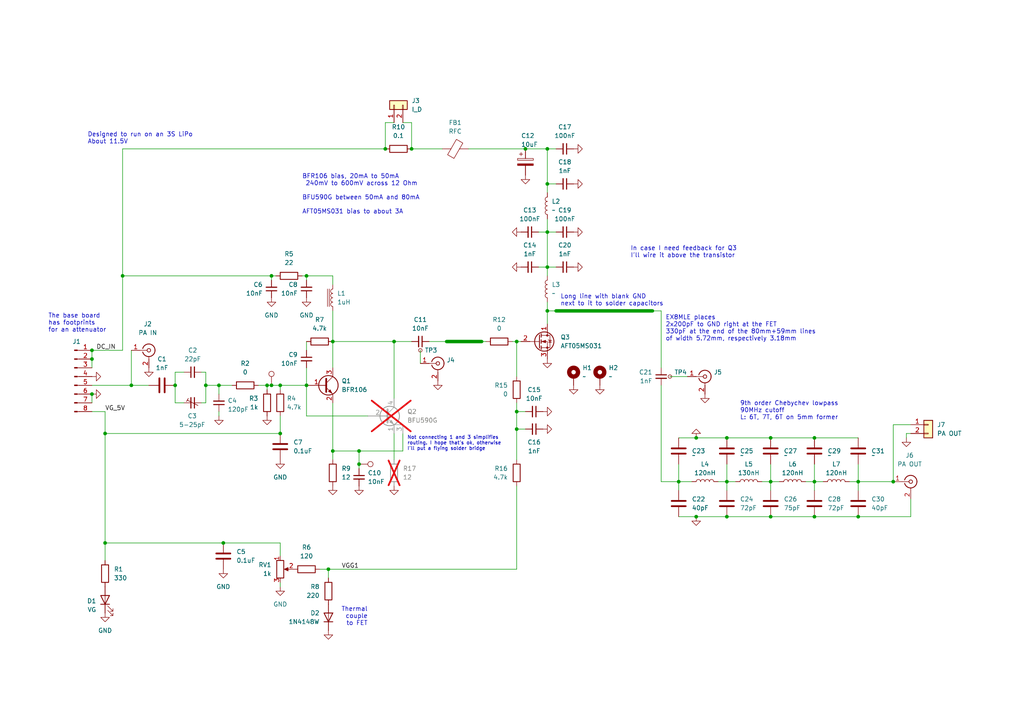
<source format=kicad_sch>
(kicad_sch (version 20230121) (generator eeschema)
  (paper "A4")
  (title_block (title "DART-70 PA") (date "2024-01-23") (rev "0") (company "HB9EGM") (comment 1 "With AFT05MS031N") (comment 2 "Inspired by EX8MLE's design for RFzero"))
  (lib_symbols
    (symbol "Connector:Conn_01x08_Pin" (pin_names (offset 1.016) hide)
      (property "Reference" "J" (at 0 10.16 0))
      (property "Value" "Conn_01x08_Pin" (at 0 -12.7 0))
      (symbol "Conn_01x08_Pin_1_1"
        (polyline (pts (xy 1.27 -10.16) (xy 0.8636 -10.16)) (stroke (width 0.1524)))
        (polyline (pts (xy 1.27 -7.62) (xy 0.8636 -7.62)) (stroke (width 0.1524)))
        (polyline (pts (xy 1.27 -5.08) (xy 0.8636 -5.08)) (stroke (width 0.1524)))
        (polyline (pts (xy 1.27 -2.54) (xy 0.8636 -2.54)) (stroke (width 0.1524)))
        (polyline (pts (xy 1.27 0) (xy 0.8636 0)) (stroke (width 0.1524)))
        (polyline (pts (xy 1.27 2.54) (xy 0.8636 2.54)) (stroke (width 0.1524)))
        (polyline (pts (xy 1.27 5.08) (xy 0.8636 5.08)) (stroke (width 0.1524)))
        (polyline (pts (xy 1.27 7.62) (xy 0.8636 7.62)) (stroke (width 0.1524)))
        (rectangle (start 0.8636 -10.033) (end 0 -10.287) (stroke (width 0.1524)) (fill (type outline)))
        (rectangle (start 0.8636 -7.493) (end 0 -7.747) (stroke (width 0.1524)) (fill (type outline)))
        (rectangle (start 0.8636 -4.953) (end 0 -5.207) (stroke (width 0.1524)) (fill (type outline)))
        (rectangle (start 0.8636 -2.413) (end 0 -2.667) (stroke (width 0.1524)) (fill (type outline)))
        (rectangle (start 0.8636 0.127) (end 0 -0.127) (stroke (width 0.1524)) (fill (type outline)))
        (rectangle (start 0.8636 2.667) (end 0 2.413) (stroke (width 0.1524)) (fill (type outline)))
        (rectangle (start 0.8636 5.207) (end 0 4.953) (stroke (width 0.1524)) (fill (type outline)))
        (rectangle (start 0.8636 7.747) (end 0 7.493) (stroke (width 0.1524)) (fill (type outline)))
        (pin passive line (at 5.08 7.62 180) (length 3.81) (name "Pin_1") (number "1"))
        (pin passive line (at 5.08 5.08 180) (length 3.81) (name "Pin_2") (number "2"))
        (pin passive line (at 5.08 2.54 180) (length 3.81) (name "Pin_3") (number "3"))
        (pin passive line (at 5.08 0 180) (length 3.81) (name "Pin_4") (number "4"))
        (pin passive line (at 5.08 -2.54 180) (length 3.81) (name "Pin_5") (number "5"))
        (pin passive line (at 5.08 -5.08 180) (length 3.81) (name "Pin_6") (number "6"))
        (pin passive line (at 5.08 -7.62 180) (length 3.81) (name "Pin_7") (number "7"))
        (pin passive line (at 5.08 -10.16 180) (length 3.81) (name "Pin_8") (number "8"))
      )
    )
    (symbol "Connector:Conn_Coaxial" (pin_names (offset 1.016) hide)
      (property "Reference" "J" (at 0.254 3.048 0))
      (property "Value" "Conn_Coaxial" (at 2.921 0 90))
      (symbol "Conn_Coaxial_0_1"
        (arc (start -1.778 -0.508) (mid 0.222 -1.808) (end 1.778 0) (stroke (width 0.254)))
        (polyline (pts (xy -2.54 0) (xy -0.508 0)))
        (polyline (pts (xy 0 -2.54) (xy 0 -1.778)))
        (circle (center 0 0) (radius 0.508) (stroke (width 0.2032)))
        (arc (start 1.778 0) (mid 0.2221 1.8083) (end -1.778 0.508) (stroke (width 0.254)))
      )
      (symbol "Conn_Coaxial_1_1"
        (pin passive line (at -5.08 0 0) (length 2.54) (name "In") (number "1"))
        (pin passive line (at 0 -5.08 90) (length 2.54) (name "Ext") (number "2"))
      )
    )
    (symbol "Connector:TestPoint" (pin_numbers hide) (pin_names (offset 0.762) hide)
      (property "Reference" "TP" (at 0 6.858 0))
      (property "Value" "TestPoint" (at 0 5.08 0))
      (symbol "TestPoint_0_1"
        (circle (center 0 3.302) (radius 0.762))
      )
      (symbol "TestPoint_1_1"
        (pin passive line (at 0 0 90) (length 2.54) (name "1") (number "1"))
      )
    )
    (symbol "Connector:TestPoint_Small" (pin_numbers hide) (pin_names (offset 0.762) hide)
      (property "Reference" "TP" (at 0 3.81 0))
      (property "Value" "TestPoint_Small" (at 0 2.032 0))
      (symbol "TestPoint_Small_0_1"
        (circle (center 0 0) (radius 0.508))
      )
      (symbol "TestPoint_Small_1_1"
        (pin passive line (at 0 0 90) (length 0) (name "1") (number "1"))
      )
    )
    (symbol "Connector_Generic:Conn_01x02" (pin_names (offset 1.016) hide)
      (property "Reference" "J" (at 0 2.54 0))
      (property "Value" "Conn_01x02" (at 0 -5.08 0))
      (symbol "Conn_01x02_1_1"
        (rectangle (start -1.27 -2.413) (end 0 -2.667) (stroke (width 0.1524)))
        (rectangle (start -1.27 0.127) (end 0 -0.127) (stroke (width 0.1524)))
        (rectangle (start -1.27 1.27) (end 1.27 -3.81) (stroke (width 0.254)) (fill (type background)))
        (pin passive line (at -5.08 0 0) (length 3.81) (name "Pin_1") (number "1"))
        (pin passive line (at -5.08 -2.54 0) (length 3.81) (name "Pin_2") (number "2"))
      )
    )
    (symbol "Device:C" (pin_numbers hide) (pin_names (offset 0.254))
      (property "Reference" "C" (at 0.635 2.54 0))
      (property "Value" "C" (at 0.635 -2.54 0))
      (symbol "C_0_1"
        (polyline (pts (xy -2.032 -0.762) (xy 2.032 -0.762)) (stroke (width 0.508)))
        (polyline (pts (xy -2.032 0.762) (xy 2.032 0.762)) (stroke (width 0.508)))
      )
      (symbol "C_1_1"
        (pin passive line (at 0 3.81 270) (length 2.794) (name "~") (number "1"))
        (pin passive line (at 0 -3.81 90) (length 2.794) (name "~") (number "2"))
      )
    )
    (symbol "Device:C_Polarized" (pin_numbers hide) (pin_names (offset 0.254))
      (property "Reference" "C" (at 0.635 2.54 0))
      (property "Value" "C_Polarized" (at 0.635 -2.54 0))
      (symbol "C_Polarized_0_1"
        (rectangle (start -2.286 0.508) (end 2.286 1.016))
        (polyline (pts (xy -1.778 2.286) (xy -0.762 2.286)))
        (polyline (pts (xy -1.27 2.794) (xy -1.27 1.778)))
        (rectangle (start 2.286 -0.508) (end -2.286 -1.016) (fill (type outline)))
      )
      (symbol "C_Polarized_1_1"
        (pin passive line (at 0 3.81 270) (length 2.794) (name "~") (number "1"))
        (pin passive line (at 0 -3.81 90) (length 2.794) (name "~") (number "2"))
      )
    )
    (symbol "Device:C_Small" (pin_numbers hide) (pin_names (offset 0.254) hide)
      (property "Reference" "C" (at 0.254 1.778 0))
      (property "Value" "C_Small" (at 0.254 -2.032 0))
      (symbol "C_Small_0_1"
        (polyline (pts (xy -1.524 -0.508) (xy 1.524 -0.508)) (stroke (width 0.3302)))
        (polyline (pts (xy -1.524 0.508) (xy 1.524 0.508)) (stroke (width 0.3048)))
      )
      (symbol "C_Small_1_1"
        (pin passive line (at 0 2.54 270) (length 2.032) (name "~") (number "1"))
        (pin passive line (at 0 -2.54 90) (length 2.032) (name "~") (number "2"))
      )
    )
    (symbol "Device:C_Trim_Small" (pin_numbers hide) (pin_names (offset 0.254) hide)
      (property "Reference" "C" (at 1.524 -2.032 0))
      (property "Value" "C_Trim_Small" (at 3.048 -3.556 0))
      (symbol "C_Trim_Small_0_1"
        (polyline (pts (xy -1.524 -0.508) (xy 1.524 -0.508)) (stroke (width 0.3048)))
        (polyline (pts (xy -1.524 0.508) (xy 1.524 0.508)) (stroke (width 0.3048)))
        (polyline (pts (xy 0.762 1.524) (xy -0.762 -1.524)) (stroke (width 0.1778)))
        (polyline (pts (xy 1.27 1.27) (xy 0.381 1.778)) (stroke (width 0.1778)))
      )
      (symbol "C_Trim_Small_1_1"
        (pin passive line (at 0 2.54 270) (length 2.032) (name "~") (number "1"))
        (pin passive line (at 0 -2.54 90) (length 2.032) (name "~") (number "2"))
      )
    )
    (symbol "Device:FerriteBead" (pin_numbers hide) (pin_names (offset 0))
      (property "Reference" "FB" (at -3.81 0.635 90))
      (property "Value" "FerriteBead" (at 3.81 0 90))
      (symbol "FerriteBead_0_1"
        (polyline (pts (xy 0 -1.27) (xy 0 -1.2192)))
        (polyline (pts (xy 0 1.27) (xy 0 1.2954)))
        (polyline (pts (xy -2.7686 0.4064) (xy -1.7018 2.2606) (xy 2.7686 -0.3048) (xy 1.6764 -2.159) (xy -2.7686 0.4064)))
      )
      (symbol "FerriteBead_1_1"
        (pin passive line (at 0 3.81 270) (length 2.54) (name "~") (number "1"))
        (pin passive line (at 0 -3.81 90) (length 2.54) (name "~") (number "2"))
      )
    )
    (symbol "Device:L" (pin_numbers hide) (pin_names (offset 1.016) hide)
      (property "Reference" "L" (at -1.27 0 90))
      (property "Value" "L" (at 1.905 0 90))
      (symbol "L_0_1"
        (arc (start 0 -2.54) (mid 0.6323 -1.905) (end 0 -1.27))
        (arc (start 0 -1.27) (mid 0.6323 -0.635) (end 0 0))
        (arc (start 0 0) (mid 0.6323 0.635) (end 0 1.27))
        (arc (start 0 1.27) (mid 0.6323 1.905) (end 0 2.54))
      )
      (symbol "L_1_1"
        (pin passive line (at 0 3.81 270) (length 1.27) (name "1") (number "1"))
        (pin passive line (at 0 -3.81 90) (length 1.27) (name "2") (number "2"))
      )
    )
    (symbol "Device:LED" (pin_numbers hide) (pin_names (offset 1.016) hide)
      (property "Reference" "D" (at 0 2.54 0))
      (property "Value" "LED" (at 0 -2.54 0))
      (symbol "LED_0_1"
        (polyline (pts (xy -1.27 -1.27) (xy -1.27 1.27)) (stroke (width 0.254)))
        (polyline (pts (xy -1.27 0) (xy 1.27 0)))
        (polyline (pts (xy 1.27 -1.27) (xy 1.27 1.27) (xy -1.27 0) (xy 1.27 -1.27)) (stroke (width 0.254)))
        (polyline (pts (xy -3.048 -0.762) (xy -4.572 -2.286) (xy -3.81 -2.286) (xy -4.572 -2.286) (xy -4.572 -1.524)))
        (polyline (pts (xy -1.778 -0.762) (xy -3.302 -2.286) (xy -2.54 -2.286) (xy -3.302 -2.286) (xy -3.302 -1.524)))
      )
      (symbol "LED_1_1"
        (pin passive line (at -3.81 0 0) (length 2.54) (name "K") (number "1"))
        (pin passive line (at 3.81 0 180) (length 2.54) (name "A") (number "2"))
      )
    )
    (symbol "Device:L_Iron" (pin_numbers hide) (pin_names (offset 1.016) hide)
      (property "Reference" "L" (at -1.27 0 90))
      (property "Value" "L_Iron" (at 2.794 0 90))
      (symbol "L_Iron_0_1"
        (arc (start 0 -2.54) (mid 0.6323 -1.905) (end 0 -1.27))
        (arc (start 0 -1.27) (mid 0.6323 -0.635) (end 0 0))
        (polyline (pts (xy 1.016 2.54) (xy 1.016 -2.54)))
        (polyline (pts (xy 1.524 -2.54) (xy 1.524 2.54)))
        (arc (start 0 0) (mid 0.6323 0.635) (end 0 1.27))
        (arc (start 0 1.27) (mid 0.6323 1.905) (end 0 2.54))
      )
      (symbol "L_Iron_1_1"
        (pin passive line (at 0 3.81 270) (length 1.27) (name "1") (number "1"))
        (pin passive line (at 0 -3.81 90) (length 1.27) (name "2") (number "2"))
      )
    )
    (symbol "Device:Q_NMOS_DGS" (pin_names (offset 0) hide)
      (property "Reference" "Q" (at 5.08 1.27 0))
      (property "Value" "Q_NMOS_DGS" (at 5.08 -1.27 0))
      (symbol "Q_NMOS_DGS_0_1"
        (polyline (pts (xy 0.254 0) (xy -2.54 0)))
        (polyline (pts (xy 0.254 1.905) (xy 0.254 -1.905)) (stroke (width 0.254)))
        (polyline (pts (xy 0.762 -1.27) (xy 0.762 -2.286)) (stroke (width 0.254)))
        (polyline (pts (xy 0.762 0.508) (xy 0.762 -0.508)) (stroke (width 0.254)))
        (polyline (pts (xy 0.762 2.286) (xy 0.762 1.27)) (stroke (width 0.254)))
        (polyline (pts (xy 2.54 2.54) (xy 2.54 1.778)))
        (polyline (pts (xy 2.54 -2.54) (xy 2.54 0) (xy 0.762 0)))
        (polyline (pts (xy 0.762 -1.778) (xy 3.302 -1.778) (xy 3.302 1.778) (xy 0.762 1.778)))
        (polyline (pts (xy 1.016 0) (xy 2.032 0.381) (xy 2.032 -0.381) (xy 1.016 0)) (fill (type outline)))
        (polyline (pts (xy 2.794 0.508) (xy 2.921 0.381) (xy 3.683 0.381) (xy 3.81 0.254)))
        (polyline (pts (xy 3.302 0.381) (xy 2.921 -0.254) (xy 3.683 -0.254) (xy 3.302 0.381)))
        (circle (center 1.651 0) (radius 2.794) (stroke (width 0.254)))
        (circle (center 2.54 -1.778) (radius 0.254) (fill (type outline)))
        (circle (center 2.54 1.778) (radius 0.254) (fill (type outline)))
      )
      (symbol "Q_NMOS_DGS_1_1"
        (pin passive line (at 2.54 5.08 270) (length 2.54) (name "D") (number "1"))
        (pin input line (at -5.08 0 0) (length 2.54) (name "G") (number "2"))
        (pin passive line (at 2.54 -5.08 90) (length 2.54) (name "S") (number "3"))
      )
    )
    (symbol "Device:R" (pin_numbers hide) (pin_names (offset 0))
      (property "Reference" "R" (at 2.032 0 90))
      (property "Value" "R" (at 0 0 90))
      (symbol "R_0_1"
        (rectangle (start -1.016 -2.54) (end 1.016 2.54) (stroke (width 0.254)))
      )
      (symbol "R_1_1"
        (pin passive line (at 0 3.81 270) (length 1.27) (name "~") (number "1"))
        (pin passive line (at 0 -3.81 90) (length 1.27) (name "~") (number "2"))
      )
    )
    (symbol "Device:R_Potentiometer" (pin_names (offset 1.016) hide)
      (property "Reference" "RV" (at -4.445 0 90))
      (property "Value" "R_Potentiometer" (at -2.54 0 90))
      (symbol "R_Potentiometer_0_1"
        (polyline (pts (xy 2.54 0) (xy 1.524 0)))
        (polyline (pts (xy 1.143 0) (xy 2.286 0.508) (xy 2.286 -0.508) (xy 1.143 0)) (fill (type outline)))
        (rectangle (start 1.016 2.54) (end -1.016 -2.54) (stroke (width 0.254)))
      )
      (symbol "R_Potentiometer_1_1"
        (pin passive line (at 0 3.81 270) (length 1.27) (name "1") (number "1"))
        (pin passive line (at 3.81 0 180) (length 1.27) (name "2") (number "2"))
        (pin passive line (at 0 -3.81 90) (length 1.27) (name "3") (number "3"))
      )
    )
    (symbol "Diode:1N4148W" (pin_numbers hide) (pin_names hide)
      (property "Reference" "D" (at 0 2.54 0))
      (property "Value" "1N4148W" (at 0 -2.54 0))
      (symbol "1N4148W_0_1"
        (polyline (pts (xy -1.27 1.27) (xy -1.27 -1.27)) (stroke (width 0.254)))
        (polyline (pts (xy 1.27 0) (xy -1.27 0)))
        (polyline (pts (xy 1.27 1.27) (xy 1.27 -1.27) (xy -1.27 0) (xy 1.27 1.27)) (stroke (width 0.254)))
      )
      (symbol "1N4148W_1_1"
        (pin passive line (at -3.81 0 0) (length 2.54) (name "K") (number "1"))
        (pin passive line (at 3.81 0 180) (length 2.54) (name "A") (number "2"))
      )
    )
    (symbol "Mechanical:MountingHole_Pad" (pin_numbers hide) (pin_names (offset 1.016) hide)
      (property "Reference" "H" (at 0 6.35 0))
      (property "Value" "MountingHole_Pad" (at 0 4.445 0))
      (symbol "MountingHole_Pad_0_1"
        (circle (center 0 1.27) (radius 1.27) (stroke (width 1.27)))
      )
      (symbol "MountingHole_Pad_1_1"
        (pin input line (at 0 -2.54 90) (length 2.54) (name "1") (number "1"))
      )
    )
    (symbol "Transistor_BJT:MMBT3904" (pin_names (offset 0) hide)
      (property "Reference" "Q" (at 5.08 1.905 0))
      (property "Value" "MMBT3904" (at 5.08 0 0))
      (symbol "MMBT3904_0_1"
        (polyline (pts (xy 0.635 0.635) (xy 2.54 2.54)))
        (polyline (pts (xy 0.635 -0.635) (xy 2.54 -2.54) (xy 2.54 -2.54)))
        (polyline (pts (xy 0.635 1.905) (xy 0.635 -1.905) (xy 0.635 -1.905)) (stroke (width 0.508)))
        (polyline (pts (xy 1.27 -1.778) (xy 1.778 -1.27) (xy 2.286 -2.286) (xy 1.27 -1.778) (xy 1.27 -1.778)) (fill (type outline)))
        (circle (center 1.27 0) (radius 2.8194) (stroke (width 0.254)))
      )
      (symbol "MMBT3904_1_1"
        (pin input line (at -5.08 0 0) (length 5.715) (name "B") (number "1"))
        (pin passive line (at 2.54 -5.08 90) (length 2.54) (name "E") (number "2"))
        (pin passive line (at 2.54 5.08 270) (length 2.54) (name "C") (number "3"))
      )
    )
    (symbol "mpb:BFU590G" (pin_names (offset 0) hide)
      (property "Reference" "Q" (at 5.08 1.27 0))
      (property "Value" "BFU590G" (at 5.08 -1.27 0))
      (symbol "BFU590G_0_1"
        (polyline (pts (xy 0.635 0.635) (xy 2.54 2.54)))
        (polyline (pts (xy 2.54 -2.54) (xy 5.08 -2.54)))
        (polyline (pts (xy 0.635 -0.635) (xy 2.54 -2.54) (xy 2.54 -2.54)))
        (polyline (pts (xy 0.635 1.905) (xy 0.635 -1.905) (xy 0.635 -1.905)) (stroke (width 0.508)))
        (polyline (pts (xy 1.27 -1.778) (xy 1.778 -1.27) (xy 2.286 -2.286) (xy 1.27 -1.778) (xy 1.27 -1.778)) (fill (type outline)))
        (circle (center 1.27 0) (radius 2.8194) (stroke (width 0.254)))
      )
      (symbol "BFU590G_1_1"
        (pin passive line (at 2.54 -5.08 90) (length 2.54) (name "E") (number "1"))
        (pin input line (at -5.08 0 0) (length 5.715) (name "B") (number "2"))
        (pin passive line (at 5.08 -5.08 90) (length 2.54) (name "C") (number "3"))
        (pin passive line (at 2.54 5.08 270) (length 2.54) (name "C") (number "4"))
      )
    )
    (symbol "power:GND" (power) (pin_names (offset 0))
      (property "Value" "GND" (at 0 -3.81 0))
      (symbol "GND_0_1"
        (polyline (pts (xy 0 0) (xy 0 -1.27) (xy 1.27 -1.27) (xy 0 -2.54) (xy -1.27 -1.27) (xy 0 -1.27)))
      )
      (symbol "GND_1_1"
        (pin power_in line (at 0 0 270) (length 0) hide (name "GND") (number "1"))
      )
    )
  )
  (junction (at 259.08 139.7))
  (junction (at 248.92 139.7))
  (junction (at 77.47 111.76))
  (junction (at 104.14 134.62))
  (junction (at 152.4 43.18))
  (junction (at 223.52 127))
  (junction (at 30.48 125.73))
  (junction (at 26.67 104.14))
  (junction (at 119.38 43.18))
  (junction (at 95.25 165.1))
  (junction (at 81.28 125.73))
  (junction (at 26.67 114.3))
  (junction (at 35.56 80.01))
  (junction (at 149.86 99.06))
  (junction (at 64.77 157.48))
  (junction (at 26.67 101.6))
  (junction (at 88.9 80.01))
  (junction (at 196.85 139.7))
  (junction (at 236.22 149.86))
  (junction (at 30.48 157.48))
  (junction (at 158.75 67.31))
  (junction (at 223.52 149.86))
  (junction (at 78.74 111.76))
  (junction (at 114.3 99.06))
  (junction (at 50.8 111.76))
  (junction (at 96.52 130.81))
  (junction (at 88.9 111.76))
  (junction (at 158.75 90.17))
  (junction (at 236.22 139.7))
  (junction (at 149.86 119.38))
  (junction (at 59.69 111.76))
  (junction (at 96.52 99.06))
  (junction (at 81.28 111.76))
  (junction (at 158.75 43.18))
  (junction (at 201.93 149.86))
  (junction (at 158.75 53.34))
  (junction (at 210.82 127))
  (junction (at 223.52 139.7))
  (junction (at 38.1 111.76))
  (junction (at 63.5 111.76))
  (junction (at 149.86 124.46))
  (junction (at 236.22 127))
  (junction (at 210.82 139.7))
  (junction (at 78.74 80.01))
  (junction (at 111.76 43.18))
  (junction (at 104.14 130.81))
  (junction (at 158.75 77.47))
  (junction (at 201.93 127))
  (junction (at 210.82 149.86))
  (junction (at 248.92 149.86))
  (wire (pts (xy 208.28 139.7) (xy 210.82 139.7)))
  (wire (pts (xy 78.74 111.76) (xy 81.28 111.76)))
  (wire (pts (xy 114.3 99.06) (xy 119.38 99.06)))
  (wire (pts (xy 223.52 134.62) (xy 223.52 139.7)))
  (wire (pts (xy 87.63 80.01) (xy 88.9 80.01)))
  (wire (pts (xy 201.93 149.86) (xy 210.82 149.86)))
  (wire (pts (xy 149.86 99.06) (xy 151.13 99.06)))
  (wire (pts (xy 59.69 111.76) (xy 59.69 116.84)))
  (wire (pts (xy 26.67 114.3) (xy 26.67 116.84)))
  (wire (pts (xy 262.89 127) (xy 262.89 125.73)))
  (wire (pts (xy 210.82 134.62) (xy 210.82 139.7)))
  (wire (pts (xy 259.08 139.7) (xy 259.08 123.19)))
  (wire (pts (xy 81.28 120.65) (xy 81.28 125.73)))
  (wire (pts (xy 35.56 43.18) (xy 35.56 80.01)))
  (wire (pts (xy 35.56 80.01) (xy 78.74 80.01)))
  (wire (pts (xy 248.92 142.24) (xy 248.92 139.7)))
  (wire (pts (xy 88.9 106.68) (xy 88.9 111.76)))
  (wire (pts (xy 161.29 67.31) (xy 158.75 67.31)))
  (wire (pts (xy 158.75 90.17) (xy 161.29 90.17)))
  (wire (pts (xy 111.76 43.18) (xy 111.76 35.56)))
  (wire (pts (xy 77.47 111.76) (xy 77.47 113.03)))
  (wire (pts (xy 111.76 35.56) (xy 114.3 35.56)))
  (wire (pts (xy 30.48 125.73) (xy 30.48 157.48)))
  (wire (pts (xy 259.08 123.19) (xy 264.16 123.19)))
  (wire (pts (xy 149.86 165.1) (xy 149.86 140.97)))
  (wire (pts (xy 114.3 125.73) (xy 114.3 133.35)))
  (wire (pts (xy 264.16 149.86) (xy 264.16 144.78)))
  (wire (pts (xy 191.77 106.68) (xy 191.77 90.17)))
  (wire (pts (xy 30.48 119.38) (xy 30.48 125.73)))
  (wire (pts (xy 196.85 134.62) (xy 196.85 139.7)))
  (wire (pts (xy 210.82 127) (xy 223.52 127)))
  (wire (pts (xy 236.22 149.86) (xy 248.92 149.86)))
  (wire (pts (xy 149.86 99.06) (xy 149.86 109.22)))
  (wire (pts (xy 149.86 133.35) (xy 149.86 124.46)))
  (wire (pts (xy 246.38 139.7) (xy 248.92 139.7)))
  (wire (pts (xy 88.9 120.65) (xy 106.68 120.65)))
  (wire (pts (xy 26.67 101.6) (xy 35.56 101.6)))
  (wire (pts (xy 30.48 157.48) (xy 64.77 157.48)))
  (wire (pts (xy 148.59 99.06) (xy 149.86 99.06)))
  (wire (pts (xy 191.77 139.7) (xy 196.85 139.7)))
  (wire (pts (xy 119.38 35.56) (xy 119.38 43.18)))
  (wire (pts (xy 30.48 125.73) (xy 81.28 125.73)))
  (wire (pts (xy 236.22 134.62) (xy 236.22 139.7)))
  (wire (pts (xy 158.75 53.34) (xy 158.75 55.88)))
  (wire (pts (xy 96.52 99.06) (xy 96.52 106.68)))
  (wire (pts (xy 78.74 80.01) (xy 80.01 80.01)))
  (wire (pts (xy 81.28 161.29) (xy 81.28 157.48)))
  (wire (pts (xy 35.56 43.18) (xy 111.76 43.18)))
  (wire (pts (xy 58.42 107.95) (xy 59.69 107.95)))
  (wire (pts (xy 158.75 43.18) (xy 161.29 43.18)))
  (wire (pts (xy 26.67 101.6) (xy 26.67 104.14)))
  (wire (pts (xy 149.86 119.38) (xy 149.86 124.46)))
  (wire (pts (xy 88.9 120.65) (xy 88.9 111.76)))
  (wire (pts (xy 156.21 77.47) (xy 158.75 77.47)))
  (wire (pts (xy 149.86 124.46) (xy 152.4 124.46)))
  (wire (pts (xy 248.92 134.62) (xy 248.92 139.7)))
  (wire (pts (xy 201.93 127) (xy 210.82 127)))
  (wire (pts (xy 233.68 139.7) (xy 236.22 139.7)))
  (wire (pts (xy 158.75 43.18) (xy 158.75 53.34)))
  (wire (pts (xy 53.34 107.95) (xy 50.8 107.95)))
  (wire (pts (xy 104.14 130.81) (xy 116.84 130.81)))
  (wire (pts (xy 223.52 149.86) (xy 236.22 149.86)))
  (wire (pts (xy 158.75 53.34) (xy 161.29 53.34)))
  (wire (pts (xy 248.92 139.7) (xy 259.08 139.7)))
  (wire (pts (xy 88.9 81.28) (xy 88.9 80.01)))
  (wire (pts (xy 223.52 127) (xy 236.22 127)))
  (wire (pts (xy 26.67 111.76) (xy 38.1 111.76)))
  (wire (pts (xy 77.47 111.76) (xy 78.74 111.76)))
  (wire (pts (xy 121.92 101.6) (xy 121.92 105.41)))
  (wire (pts (xy 114.3 99.06) (xy 114.3 115.57)))
  (wire (pts (xy 38.1 111.76) (xy 43.18 111.76)))
  (wire (pts (xy 158.75 67.31) (xy 158.75 77.47)))
  (wire (pts (xy 116.84 35.56) (xy 119.38 35.56)))
  (wire (pts (xy 96.52 130.81) (xy 96.52 116.84)))
  (wire (pts (xy 196.85 139.7) (xy 200.66 139.7)))
  (wire (pts (xy 139.7 99.06) (xy 140.97 99.06)))
  (wire (pts (xy 248.92 149.86) (xy 264.16 149.86)))
  (wire (pts (xy 30.48 157.48) (xy 30.48 162.56)))
  (wire (pts (xy 223.52 139.7) (xy 226.06 139.7)))
  (wire (pts (xy 96.52 90.17) (xy 96.52 99.06)))
  (wire (pts (xy 74.93 111.76) (xy 77.47 111.76)))
  (wire (pts (xy 26.67 104.14) (xy 26.67 106.68)))
  (wire (pts (xy 236.22 142.24) (xy 236.22 139.7)))
  (wire (pts (xy 104.14 130.81) (xy 104.14 134.62)))
  (wire (pts (xy 35.56 101.6) (xy 35.56 80.01)))
  (wire (pts (xy 124.46 99.06) (xy 129.54 99.06)))
  (wire (pts (xy 158.75 77.47) (xy 158.75 80.01)))
  (wire (pts (xy 104.14 130.81) (xy 96.52 130.81)))
  (wire (pts (xy 210.82 139.7) (xy 213.36 139.7)))
  (wire (pts (xy 38.1 101.6) (xy 38.1 111.76)))
  (wire (pts (xy 81.28 111.76) (xy 81.28 113.03)))
  (wire (pts (xy 50.8 107.95) (xy 50.8 111.76)))
  (wire (pts (xy 59.69 107.95) (xy 59.69 111.76)))
  (wire (pts (xy 189.23 90.17) (xy 191.77 90.17)))
  (wire (pts (xy 223.52 142.24) (xy 223.52 139.7)))
  (wire (pts (xy 196.85 149.86) (xy 201.93 149.86)))
  (wire (pts (xy 78.74 81.28) (xy 78.74 80.01)))
  (wire (pts (xy 129.54 99.06) (xy 139.7 99.06)) (stroke (width 1)))
  (wire (pts (xy 88.9 80.01) (xy 96.52 80.01)))
  (wire (pts (xy 50.8 116.84) (xy 50.8 111.76)))
  (wire (pts (xy 158.75 63.5) (xy 158.75 67.31)))
  (wire (pts (xy 135.89 43.18) (xy 152.4 43.18)))
  (wire (pts (xy 196.85 142.24) (xy 196.85 139.7)))
  (wire (pts (xy 104.14 135.89) (xy 104.14 134.62)))
  (wire (pts (xy 53.34 116.84) (xy 50.8 116.84)))
  (wire (pts (xy 63.5 111.76) (xy 67.31 111.76)))
  (wire (pts (xy 149.86 119.38) (xy 152.4 119.38)))
  (wire (pts (xy 95.25 165.1) (xy 149.86 165.1)))
  (wire (pts (xy 149.86 116.84) (xy 149.86 119.38)))
  (wire (pts (xy 96.52 130.81) (xy 96.52 133.35)))
  (wire (pts (xy 152.4 43.18) (xy 158.75 43.18)))
  (wire (pts (xy 119.38 43.18) (xy 128.27 43.18)))
  (wire (pts (xy 196.85 127) (xy 201.93 127)))
  (wire (pts (xy 95.25 167.64) (xy 95.25 165.1)))
  (wire (pts (xy 81.28 111.76) (xy 88.9 111.76)))
  (wire (pts (xy 161.29 90.17) (xy 189.23 90.17)) (stroke (width 1)))
  (wire (pts (xy 156.21 67.31) (xy 158.75 67.31)))
  (wire (pts (xy 262.89 125.73) (xy 264.16 125.73)))
  (wire (pts (xy 88.9 99.06) (xy 88.9 101.6)))
  (wire (pts (xy 236.22 127) (xy 248.92 127)))
  (wire (pts (xy 63.5 119.38) (xy 63.5 120.65)))
  (wire (pts (xy 96.52 99.06) (xy 114.3 99.06)))
  (wire (pts (xy 161.29 77.47) (xy 158.75 77.47)))
  (wire (pts (xy 116.84 130.81) (xy 116.84 125.73)))
  (wire (pts (xy 158.75 90.17) (xy 158.75 93.98)))
  (wire (pts (xy 81.28 157.48) (xy 64.77 157.48)))
  (wire (pts (xy 210.82 142.24) (xy 210.82 139.7)))
  (wire (pts (xy 236.22 139.7) (xy 238.76 139.7)))
  (wire (pts (xy 59.69 116.84) (xy 58.42 116.84)))
  (wire (pts (xy 81.28 170.18) (xy 81.28 168.91)))
  (wire (pts (xy 96.52 80.01) (xy 96.52 82.55)))
  (wire (pts (xy 158.75 87.63) (xy 158.75 90.17)))
  (wire (pts (xy 59.69 111.76) (xy 63.5 111.76)))
  (wire (pts (xy 63.5 111.76) (xy 63.5 114.3)))
  (wire (pts (xy 220.98 139.7) (xy 223.52 139.7)))
  (wire (pts (xy 191.77 111.76) (xy 191.77 139.7)))
  (wire (pts (xy 30.48 119.38) (xy 26.67 119.38)))
  (wire (pts (xy 210.82 149.86) (xy 223.52 149.86)))
  (wire (pts (xy 95.25 165.1) (xy 92.71 165.1)))
  (wire (pts (xy 199.39 109.22) (xy 194.31 109.22)))
  (text "EX8MLE places\n2x200pF to GND right at the FET\n330pF at the end of the 80mm+59mm lines\nof width 5.72mm, respectively 3.18mm" (at 193.04 99.06 0) (effects (font (size 1.27 1.27)) (justify left bottom)))
  (text "Designed to run on an 3S LiPo\nAbout 11.5V" (at 25.4 41.91 0) (effects (font (size 1.27 1.27)) (justify left bottom)))
  (text "The base board\nhas footprints\nfor an attenuator" (at 13.97 96.52 0) (effects (font (size 1.27 1.27)) (justify left bottom)))
  (text "Not connecting 1 and 3 simplifies\nrouting. I hope that's ok, otherwise\nI'll put a flying solder bridge" (at 118.11 130.81 0) (effects (font (size 1 1)) (justify left bottom)))
  (text "Long line with blank GND\nnext to it to solder capacitors" (at 162.56 88.9 0) (effects (font (size 1.27 1.27)) (justify left bottom)))
  (text "BFR106 bias, 20mA to 50mA\n 240mV to 600mV across 12 Ohm\n\nBFU590G between 50mA and 80mA\n\nAFT05MS031 bias to about 3A" (at 87.63 62.23 0) (effects (font (size 1.27 1.27)) (justify left bottom)))
  (text "Thermal\ncouple\nto FET" (at 106.68 181.61 0) (effects (font (size 1.27 1.27)) (justify right bottom)))
  (text "9th order Chebychev lowpass\n90MHz cutoff\nL: 6T, 7T, 6T on 5mm former" (at 214.63 121.92 0) (effects (font (size 1.27 1.27)) (justify left bottom)))
  (text "In case I need feedback for Q3\nI'll wire it above the transistor" (at 182.88 74.93 0) (effects (font (size 1.27 1.27)) (justify left bottom)))
  (label "VGG1" (at 99.06 165.1 0))
  (label "VG_5V" (at 30.48 119.38 0))
  (label "DC_IN" (at 27.94 101.6 0))
  (symbol (lib_id "power:GND") (at 81.28 133.35 0) (unit 1)
    (property "Reference" "#PWR09" (effects hide))
    (property "Value" "GND" (at 81.28 138.43 0))
  )
  (symbol (lib_id "power:GND") (at 30.48 177.8 0) (unit 1)
    (property "Reference" "#PWR03" (effects hide))
    (property "Value" "GND" (at 30.48 182.88 0))
  )
  (symbol (lib_id "power:GND") (at 166.37 111.76 0) (unit 1)
    (property "Reference" "#PWR029" (effects hide))
    (property "Value" "GND" (effects hide))
  )
  (symbol (lib_id "power:GND") (at 127 110.49 0) (unit 1)
    (property "Reference" "#PWR015" (effects hide))
    (property "Value" "GND" (effects hide))
  )
  (symbol (lib_id "power:GND") (at 114.3 140.97 0) (unit 1)
    (property "Reference" "#PWR031" (effects hide))
    (property "Value" "GND" (effects hide))
  )
  (symbol (lib_id "Device:C") (at 236.22 130.81 0) (unit 1)
    (property "Reference" "C29" (at 240.03 130.81 0) (effects (justify left)))
    (property "Value" "~" (at 240.03 132.08 0) (effects (justify left)))
    (property "Footprint" "Capacitor_SMD:C_0805_2012Metric_Pad1.18x1.45mm_HandSolder" (effects hide))
    (property "Need_order" "0" (effects hide))
  )
  (symbol (lib_id "power:GND") (at 26.67 109.22 90) (unit 1)
    (property "Reference" "#PWR01" (effects hide))
    (property "Value" "GND" (effects hide))
  )
  (symbol (lib_id "Device:C_Small") (at 153.67 77.47 270) (unit 1)
    (property "Reference" "C14" (at 153.6636 71.12 90))
    (property "Value" "1nF" (at 153.6636 73.66 90))
    (property "Footprint" "Capacitor_SMD:C_0805_2012Metric_Pad1.18x1.45mm_HandSolder" (effects hide))
    (property "MPN" "885612007040/VJ0805A102GXXPW1BC" (effects hide))
    (property "Need_order" "0" (effects hide))
  )
  (symbol (lib_id "power:GND") (at 96.52 140.97 0) (unit 1)
    (property "Reference" "#PWR013" (effects hide))
    (property "Value" "GND" (effects hide))
  )
  (symbol (lib_id "Device:C_Small") (at 154.94 124.46 270) (unit 1)
    (property "Reference" "C16" (at 154.9336 128.27 90))
    (property "Value" "1nF" (at 154.9336 130.81 90))
    (property "Footprint" "Capacitor_SMD:C_0805_2012Metric_Pad1.18x1.45mm_HandSolder" (effects hide))
    (property "MPN" "885612007040/VJ0805A102GXXPW1BC" (effects hide))
    (property "Need_order" "0" (effects hide))
  )
  (symbol (lib_id "power:GND") (at 166.37 43.18 90) (unit 1)
    (property "Reference" "#PWR024" (effects hide))
    (property "Value" "GND" (effects hide))
  )
  (symbol (lib_id "Device:C_Small") (at 163.83 53.34 270) (unit 1)
    (property "Reference" "C18" (at 163.8236 46.99 90))
    (property "Value" "1nF" (at 163.8236 49.53 90))
    (property "Footprint" "Capacitor_SMD:C_0805_2012Metric_Pad1.18x1.45mm_HandSolder" (effects hide))
    (property "MPN" "885612007040/VJ0805A102GXXPW1BC" (effects hide))
    (property "Need_order" "0" (effects hide))
  )
  (symbol (lib_id "Connector:Conn_01x08_Pin") (at 21.59 109.22 0) (unit 1)
    (property "Reference" "J1" (at 22.225 99.06 0))
    (property "Value" "PA to base" (effects hide))
    (property "Footprint" "mpb:PinHeader_1x08_P2.54mm_Boardedge_SMD" (effects hide))
    (property "MPN" "SSW-108-01-G-S" (effects hide))
    (property "Need_order" "0" (effects hide))
  )
  (symbol (lib_id "Device:R") (at 114.3 137.16 0) (mirror y) (unit 1) (dnp yes)
    (property "Reference" "R17" (at 116.84 135.8899 0) (effects (justify right)))
    (property "Value" "12" (at 116.84 138.4299 0) (effects (justify right)))
    (property "Footprint" "Resistor_SMD:R_0603_1608Metric_Pad0.98x0.95mm_HandSolder" (effects hide))
    (property "Need_order" "0" (effects hide))
  )
  (symbol (lib_id "power:GND") (at 152.4 50.8 0) (unit 1)
    (property "Reference" "#PWR020" (effects hide))
    (property "Value" "GND" (effects hide))
  )
  (symbol (lib_id "Device:C_Small") (at 63.5 116.84 180) (unit 1)
    (property "Reference" "C4" (at 66.04 116.1986 0) (effects (justify right)))
    (property "Value" "120pF" (at 66.04 118.7386 0) (effects (justify right)))
    (property "Footprint" "Capacitor_SMD:C_0805_2012Metric_Pad1.18x1.45mm_HandSolder" (effects hide))
    (property "MPN" "VJ0805A121GXXPBC" (effects hide))
    (property "Need_order" "0" (effects hide))
  )
  (symbol (lib_id "power:GND") (at 81.28 170.18 0) (unit 1)
    (property "Reference" "#PWR010" (effects hide))
    (property "Value" "GND" (at 81.28 175.26 0))
  )
  (symbol (lib_id "power:GND") (at 166.37 53.34 90) (unit 1)
    (property "Reference" "#PWR025" (effects hide))
    (property "Value" "GND" (effects hide))
  )
  (symbol (lib_id "power:GND") (at 95.25 182.88 0) (mirror y) (unit 1)
    (property "Reference" "#PWR012" (effects hide))
    (property "Value" "GND" (effects hide))
  )
  (symbol (lib_id "Device:C_Small") (at 88.9 83.82 0) (mirror x) (unit 1)
    (property "Reference" "C8" (at 86.36 82.5435 0) (effects (justify right)))
    (property "Value" "10nF" (at 86.36 85.0835 0) (effects (justify right)))
    (property "Footprint" "Capacitor_SMD:C_0805_2012Metric_Pad1.18x1.45mm_HandSolder" (effects hide))
    (property "MPN" "VJ0805A103KXJTBC" (effects hide))
    (property "Need_order" "0" (effects hide))
  )
  (symbol (lib_id "Device:C_Trim_Small") (at 55.88 116.84 90) (unit 1)
    (property "Reference" "C3" (at 55.753 120.65 90))
    (property "Value" "5-25pF" (at 55.753 123.19 90))
    (property "Footprint" "mpb:C_Trimmer_Voltronics_JZ" (effects hide))
    (property "Datasheet" "/home/bram/Sync/Doc/Datasheet/J_Series_Trim-cap-Knowles.pdf" (effects hide))
    (property "MPN" "JZ-300" (effects hide))
    (property "Need_order" "0" (effects hide))
  )
  (symbol (lib_id "Device:R") (at 96.52 137.16 0) (mirror y) (unit 1)
    (property "Reference" "R9" (at 99.06 135.8899 0) (effects (justify right)))
    (property "Value" "12" (at 99.06 138.4299 0) (effects (justify right)))
    (property "Footprint" "Resistor_SMD:R_0603_1608Metric_Pad0.98x0.95mm_HandSolder" (effects hide))
    (property "Need_order" "0" (effects hide))
  )
  (symbol (lib_id "Connector:TestPoint") (at 78.74 111.76 0) (unit 1)
    (property "Reference" "TP1" (effects hide))
    (property "Value" "V_{B}" (effects hide))
    (property "Footprint" "TestPoint:TestPoint_Pad_D2.0mm" (effects hide))
    (property "Need_order" "0" (effects hide))
  )
  (symbol (lib_id "Device:C_Small") (at 121.92 99.06 270) (mirror x) (unit 1)
    (property "Reference" "C11" (at 121.9136 92.71 90))
    (property "Value" "10nF" (at 121.9136 95.25 90))
    (property "Footprint" "Capacitor_SMD:C_0805_2012Metric_Pad1.18x1.45mm_HandSolder" (effects hide))
    (property "MPN" "VJ0805A103KXJTBC" (effects hide))
    (property "Need_order" "0" (effects hide))
  )
  (symbol (lib_id "power:GND") (at 262.89 127 0) (unit 1)
    (property "Reference" "#PWR016" (effects hide))
    (property "Value" "GND" (effects hide))
  )
  (symbol (lib_id "Connector:Conn_Coaxial") (at 204.47 109.22 0) (unit 1)
    (property "Reference" "J5" (at 207.01 107.95 0) (effects (justify left)))
    (property "Value" "PA-Filter Interstage" (effects hide))
    (property "Footprint" "Connector_Coaxial:U.FL_Hirose_U.FL-R-SMT-1_Vertical" (effects hide))
    (property "Datasheet" " ~" (effects hide))
    (property "Need_order" "0" (effects hide))
  )
  (symbol (lib_id "Device:L") (at 158.75 83.82 180) (unit 1)
    (property "Reference" "L3" (at 160.02 82.55 0) (effects (justify right)))
    (property "Value" "~" (at 160.02 85.09 0) (effects (justify right)))
    (property "Footprint" "mpb:AirCoil-8mm-SMD" (effects hide))
    (property "Need_order" "0" (effects hide))
  )
  (symbol (lib_id "power:GND") (at 157.48 119.38 90) (unit 1)
    (property "Reference" "#PWR021" (effects hide))
    (property "Value" "GND" (effects hide))
  )
  (symbol (lib_id "power:GND") (at 63.5 120.65 0) (unit 1)
    (property "Reference" "#PWR05" (effects hide))
    (property "Value" "GND" (effects hide))
  )
  (symbol (lib_id "Device:C_Small") (at 78.74 83.82 0) (mirror x) (unit 1)
    (property "Reference" "C6" (at 76.2 82.5435 0) (effects (justify right)))
    (property "Value" "10nF" (at 76.2 85.0835 0) (effects (justify right)))
    (property "Footprint" "Capacitor_SMD:C_0805_2012Metric_Pad1.18x1.45mm_HandSolder" (effects hide))
    (property "MPN" "VJ0805A103KXJTBC" (effects hide))
    (property "Need_order" "0" (effects hide))
  )
  (symbol (lib_id "power:GND") (at 166.37 77.47 90) (unit 1)
    (property "Reference" "#PWR027" (effects hide))
    (property "Value" "GND" (effects hide))
  )
  (symbol (lib_id "Device:R") (at 77.47 116.84 0) (mirror y) (unit 1)
    (property "Reference" "R3" (at 74.93 115.57 0) (effects (justify left)))
    (property "Value" "1k" (at 74.93 118.11 0) (effects (justify left)))
    (property "Footprint" "Resistor_SMD:R_0603_1608Metric_Pad0.98x0.95mm_HandSolder" (effects hide))
    (property "Need_order" "0" (effects hide))
  )
  (symbol (lib_id "Connector_Generic:Conn_01x02") (at 114.3 30.48 90) (unit 1)
    (property "Reference" "J3" (at 119.38 29.2099 90) (effects (justify right)))
    (property "Value" "I_D" (at 119.38 31.7499 90) (effects (justify right)))
    (property "Footprint" "mpb:two_2mm_pads" (effects hide))
    (property "Need_order" "0" (effects hide))
  )
  (symbol (lib_id "Device:C_Small") (at 153.67 67.31 270) (unit 1)
    (property "Reference" "C13" (at 153.6636 60.96 90))
    (property "Value" "100nF" (at 153.6636 63.5 90))
    (property "Footprint" "Capacitor_SMD:C_0805_2012Metric_Pad1.18x1.45mm_HandSolder" (effects hide))
    (property "MPN" "GRM31C5C1H104JA01L" (effects hide))
    (property "Need_order" "0" (effects hide))
  )
  (symbol (lib_id "Device:C_Small") (at 191.77 109.22 0) (unit 1)
    (property "Reference" "C21" (at 189.23 107.9563 0) (effects (justify right)))
    (property "Value" "1nF" (at 189.23 110.4963 0) (effects (justify right)))
    (property "Footprint" "Capacitor_SMD:C_0805_2012Metric_Pad1.18x1.45mm_HandSolder" (effects hide))
    (property "MPN" "885612007040/VJ0805A102GXXPW1BC" (effects hide))
    (property "Need_order" "0" (effects hide))
  )
  (symbol (lib_id "Device:C") (at 236.22 146.05 0) (unit 1)
    (property "Reference" "C28" (at 240.03 144.78 0) (effects (justify left)))
    (property "Value" "72pF" (at 240.03 147.32 0) (effects (justify left)))
    (property "Footprint" "Capacitor_SMD:C_0805_2012Metric_Pad1.18x1.45mm_HandSolder" (effects hide))
    (property "Need_order" "0" (effects hide))
  )
  (symbol (lib_id "Device:R") (at 95.25 171.45 0) (mirror y) (unit 1)
    (property "Reference" "R8" (at 92.71 170.1799 0) (effects (justify left)))
    (property "Value" "220" (at 92.71 172.7199 0) (effects (justify left)))
    (property "Footprint" "Resistor_SMD:R_0603_1608Metric_Pad0.98x0.95mm_HandSolder" (effects hide))
    (property "Need_order" "0" (effects hide))
  )
  (symbol (lib_id "Device:Q_NMOS_DGS") (at 156.21 99.06 0) (unit 1)
    (property "Reference" "Q3" (at 162.56 97.79 0) (effects (justify left)))
    (property "Value" "AFT05MS031" (at 162.56 100.33 0) (effects (justify left)))
    (property "Footprint" "mpb:TO-270-2" (effects hide))
    (property "Datasheet" "/home/bram/Sync/Doc/Datasheet/AFT05MS031N.pdf" (effects hide))
  )
  (symbol (lib_id "Connector_Generic:Conn_01x02") (at 269.24 123.19 0) (unit 1)
    (property "Reference" "J7" (at 271.78 123.19 0) (effects (justify left)))
    (property "Value" "PA OUT" (at 271.78 125.73 0) (effects (justify left)))
    (property "Footprint" "mpb:two_2mm_pads" (effects hide))
    (property "Need_order" "0" (effects hide))
  )
  (symbol (lib_id "Device:C_Small") (at 163.83 43.18 270) (unit 1)
    (property "Reference" "C17" (at 163.8236 36.83 90))
    (property "Value" "100nF" (at 163.8236 39.37 90))
    (property "Footprint" "Capacitor_SMD:C_0805_2012Metric_Pad1.18x1.45mm_HandSolder" (effects hide))
    (property "MPN" "GRM31C5C1H104JA01L" (effects hide))
    (property "Need_order" "0" (effects hide))
  )
  (symbol (lib_id "Device:R") (at 71.12 111.76 90) (mirror x) (unit 1)
    (property "Reference" "R2" (at 71.12 105.41 90))
    (property "Value" "0" (at 71.12 107.95 90))
    (property "Footprint" "Resistor_SMD:R_0805_2012Metric_Pad1.20x1.40mm_HandSolder" (effects hide))
    (property "Need_order" "0" (effects hide))
  )
  (symbol (lib_id "Connector:Conn_Coaxial") (at 264.16 139.7 0) (unit 1)
    (property "Reference" "J6" (at 263.8425 132.08 0))
    (property "Value" "PA OUT" (at 263.8425 134.62 0))
    (property "Footprint" "Connector_Coaxial:U.FL_Hirose_U.FL-R-SMT-1_Vertical" (effects hide))
    (property "Datasheet" " ~" (effects hide))
    (property "Need_order" "0" (effects hide))
  )
  (symbol (lib_id "Device:C") (at 46.99 111.76 270) (unit 1)
    (property "Reference" "C1" (at 46.99 104.14 90))
    (property "Value" "1nF" (at 46.99 106.68 90))
    (property "Footprint" "Capacitor_SMD:C_0805_2012Metric_Pad1.18x1.45mm_HandSolder" (effects hide))
    (property "MPN" "885612007040/VJ0805A102GXXPW1BC" (effects hide))
    (property "Need_order" "0" (effects hide))
  )
  (symbol (lib_id "Device:C") (at 81.28 129.54 180) (unit 1)
    (property "Reference" "C7" (at 85.09 128.2699 0) (effects (justify right)))
    (property "Value" "0.1uF" (at 85.09 130.8099 0) (effects (justify right)))
    (property "Footprint" "Capacitor_SMD:C_0603_1608Metric_Pad1.08x0.95mm_HandSolder" (effects hide))
    (property "MPN" "GRM188R71H104KA93D" (effects hide))
    (property "Need_order" "0" (effects hide))
  )
  (symbol (lib_id "Device:R") (at 149.86 113.03 0) (mirror x) (unit 1)
    (property "Reference" "R15" (at 147.32 111.76 0) (effects (justify right)))
    (property "Value" "0" (at 147.32 114.3 0) (effects (justify right)))
    (property "Footprint" "Resistor_SMD:R_0603_1608Metric_Pad0.98x0.95mm_HandSolder" (effects hide))
    (property "Need_order" "0" (effects hide))
  )
  (symbol (lib_id "Connector:TestPoint_Small") (at 194.31 109.22 180) (unit 1)
    (property "Reference" "TP4" (at 195.58 107.95 0) (effects (justify right)))
    (property "Value" "RF tap" (effects hide))
    (property "Footprint" "TestPoint:TestPoint_Pad_1.5x1.5mm" (effects hide))
  )
  (symbol (lib_id "Device:R_Potentiometer") (at 81.28 165.1 0) (unit 1)
    (property "Reference" "RV1" (at 78.74 163.8299 0) (effects (justify right)))
    (property "Value" "1k" (at 78.74 166.3699 0) (effects (justify right)))
    (property "Footprint" "Potentiometer_SMD:Potentiometer_Bourns_3214W_Vertical" (effects hide))
    (property "MPN" "Bourns 3214W-1-102E" (effects hide))
    (property "Need_order" "0" (effects hide))
  )
  (symbol (lib_id "Device:L") (at 229.87 139.7 90) (unit 1)
    (property "Reference" "L6" (at 229.87 134.62 90))
    (property "Value" "120nH" (at 229.87 137.16 90))
    (property "Footprint" "mpb:AirCoil-8mm-SMD" (effects hide))
    (property "Need_order" "0" (effects hide))
  )
  (symbol (lib_id "Device:L") (at 158.75 59.69 180) (unit 1)
    (property "Reference" "L2" (at 160.02 58.42 0) (effects (justify right)))
    (property "Value" "~" (at 160.02 60.96 0) (effects (justify right)))
    (property "Footprint" "mpb:AirCoil-8mm-SMD" (effects hide))
    (property "Need_order" "0" (effects hide))
  )
  (symbol (lib_id "power:GND") (at 157.48 124.46 90) (unit 1)
    (property "Reference" "#PWR022" (effects hide))
    (property "Value" "GND" (effects hide))
  )
  (symbol (lib_id "Connector:Conn_Coaxial") (at 43.18 101.6 0) (unit 1)
    (property "Reference" "J2" (at 42.8625 93.98 0))
    (property "Value" "PA IN" (at 42.8625 96.52 0))
    (property "Footprint" "Connector_Coaxial:U.FL_Hirose_U.FL-R-SMT-1_Vertical" (effects hide))
    (property "Datasheet" " ~" (effects hide))
    (property "Need_order" "0" (effects hide))
  )
  (symbol (lib_id "Transistor_BJT:MMBT3904") (at 93.98 111.76 0) (unit 1)
    (property "Reference" "Q1" (at 99.06 110.4899 0) (effects (justify left)))
    (property "Value" "BFR106" (at 99.06 113.0299 0) (effects (justify left)))
    (property "Footprint" "Package_TO_SOT_SMD:SOT-23" (effects hide))
    (property "Datasheet" "/home/bram/Sync/Doc/Datasheet/BFR106.pdf" (effects hide))
    (property "MPN" "BFR106" (effects hide))
    (property "Need_order" "0" (effects hide))
  )
  (symbol (lib_id "Device:R") (at 30.48 166.37 180) (unit 1)
    (property "Reference" "R1" (at 33.02 165.0999 0) (effects (justify right)))
    (property "Value" "330" (at 33.02 167.6399 0) (effects (justify right)))
    (property "Footprint" "Resistor_SMD:R_0603_1608Metric_Pad0.98x0.95mm_HandSolder" (effects hide))
    (property "Need_order" "0" (effects hide))
  )
  (symbol (lib_id "Device:L") (at 204.47 139.7 90) (unit 1)
    (property "Reference" "L4" (at 204.47 134.62 90))
    (property "Value" "120nH" (at 204.47 137.16 90))
    (property "Footprint" "mpb:AirCoil-8mm-SMD" (effects hide))
    (property "Need_order" "0" (effects hide))
  )
  (symbol (lib_id "power:GND") (at 151.13 67.31 270) (unit 1)
    (property "Reference" "#PWR018" (effects hide))
    (property "Value" "GND" (effects hide))
  )
  (symbol (lib_id "Device:C_Small") (at 154.94 119.38 270) (mirror x) (unit 1)
    (property "Reference" "C15" (at 154.9336 113.03 90))
    (property "Value" "10nF" (at 154.9336 115.57 90))
    (property "Footprint" "Capacitor_SMD:C_0805_2012Metric_Pad1.18x1.45mm_HandSolder" (effects hide))
    (property "MPN" "VJ0805A103KXJTBC" (effects hide))
    (property "Need_order" "0" (effects hide))
  )
  (symbol (lib_id "Device:L") (at 217.17 139.7 90) (unit 1)
    (property "Reference" "L5" (at 217.17 134.62 90))
    (property "Value" "130nH" (at 217.17 137.16 90))
    (property "Footprint" "mpb:AirCoil-8mm-SMD" (effects hide))
    (property "Need_order" "0" (effects hide))
  )
  (symbol (lib_id "power:GND") (at 26.67 114.3 90) (unit 1)
    (property "Reference" "#PWR02" (effects hide))
    (property "Value" "GND" (effects hide))
  )
  (symbol (lib_id "Device:R") (at 88.9 165.1 90) (mirror x) (unit 1)
    (property "Reference" "R6" (at 88.9 158.75 90))
    (property "Value" "120" (at 88.9 161.29 90))
    (property "Footprint" "Resistor_SMD:R_0603_1608Metric_Pad0.98x0.95mm_HandSolder" (effects hide))
    (property "Need_order" "0" (effects hide))
  )
  (symbol (lib_id "Diode:1N4148W") (at 95.25 179.07 270) (mirror x) (unit 1)
    (property "Reference" "D2" (at 92.71 177.7999 90) (effects (justify right)))
    (property "Value" "1N4148W" (at 92.71 180.3399 90) (effects (justify right)))
    (property "Footprint" "Diode_SMD:D_SOD-123F" (effects hide))
    (property "Datasheet" "/home/bram/Sync/Doc/Datasheet/1N4148W-7-F.pdf" (effects hide))
    (property "Need_order" "0" (effects hide))
  )
  (symbol (lib_id "Device:C_Small") (at 104.14 138.43 0) (mirror y) (unit 1)
    (property "Reference" "C10" (at 106.68 137.1662 0) (effects (justify right)))
    (property "Value" "10nF" (at 106.68 139.7062 0) (effects (justify right)))
    (property "Footprint" "Capacitor_SMD:C_0805_2012Metric_Pad1.18x1.45mm_HandSolder" (effects hide))
    (property "MPN" "VJ0805A103KXJTBC" (effects hide))
    (property "Need_order" "0" (effects hide))
  )
  (symbol (lib_id "Device:C") (at 210.82 146.05 0) (unit 1)
    (property "Reference" "C24" (at 214.63 144.78 0) (effects (justify left)))
    (property "Value" "72pF" (at 214.63 147.32 0) (effects (justify left)))
    (property "Footprint" "Capacitor_SMD:C_0805_2012Metric_Pad1.18x1.45mm_HandSolder" (effects hide))
    (property "Need_order" "0" (effects hide))
  )
  (symbol (lib_id "Device:R") (at 81.28 116.84 0) (mirror y) (unit 1)
    (property "Reference" "R4" (at 83.185 115.57 0) (effects (justify right)))
    (property "Value" "4.7k" (at 83.185 118.11 0) (effects (justify right)))
    (property "Footprint" "Resistor_SMD:R_0603_1608Metric_Pad0.98x0.95mm_HandSolder" (effects hide))
    (property "Need_order" "0" (effects hide))
  )
  (symbol (lib_id "Device:C") (at 223.52 130.81 0) (unit 1)
    (property "Reference" "C27" (at 227.33 130.81 0) (effects (justify left)))
    (property "Value" "~" (at 227.33 132.08 0) (effects (justify left)))
    (property "Footprint" "Capacitor_SMD:C_0805_2012Metric_Pad1.18x1.45mm_HandSolder" (effects hide))
    (property "Need_order" "0" (effects hide))
  )
  (symbol (lib_id "Device:R") (at 92.71 99.06 90) (mirror x) (unit 1)
    (property "Reference" "R7" (at 92.71 92.71 90))
    (property "Value" "4.7k" (at 92.71 95.25 90))
    (property "Footprint" "Resistor_SMD:R_0603_1608Metric_Pad0.98x0.95mm_HandSolder" (effects hide))
    (property "Need_order" "0" (effects hide))
  )
  (symbol (lib_id "Device:C") (at 248.92 130.81 0) (unit 1)
    (property "Reference" "C31" (at 252.73 130.81 0) (effects (justify left)))
    (property "Value" "~" (at 252.73 132.08 0) (effects (justify left)))
    (property "Footprint" "Capacitor_SMD:C_0805_2012Metric_Pad1.18x1.45mm_HandSolder" (effects hide))
    (property "Need_order" "0" (effects hide))
  )
  (symbol (lib_id "power:GND") (at 166.37 67.31 90) (unit 1)
    (property "Reference" "#PWR026" (effects hide))
    (property "Value" "GND" (effects hide))
  )
  (symbol (lib_id "Device:C_Small") (at 163.83 67.31 270) (unit 1)
    (property "Reference" "C19" (at 163.8236 60.96 90))
    (property "Value" "100nF" (at 163.8236 63.5 90))
    (property "Footprint" "Capacitor_SMD:C_0805_2012Metric_Pad1.18x1.45mm_HandSolder" (effects hide))
    (property "MPN" "GRM31C5C1H104JA01L" (effects hide))
    (property "Need_order" "0" (effects hide))
  )
  (symbol (lib_id "power:GND") (at 78.74 86.36 0) (mirror y) (unit 1)
    (property "Reference" "#PWR08" (effects hide))
    (property "Value" "GND" (at 78.74 91.44 0))
  )
  (symbol (lib_id "Connector:Conn_Coaxial") (at 127 105.41 0) (unit 1)
    (property "Reference" "J4" (at 129.54 104.4332 0) (effects (justify left)))
    (property "Value" "Driver-PA Interstage" (effects hide))
    (property "Footprint" "Connector_Coaxial:U.FL_Hirose_U.FL-R-SMT-1_Vertical" (effects hide))
    (property "Datasheet" " ~" (effects hide))
    (property "Need_order" "0" (effects hide))
  )
  (symbol (lib_id "power:GND") (at 201.93 149.86 0) (unit 1)
    (property "Reference" "#PWR028" (effects hide))
    (property "Value" "GND" (effects hide))
  )
  (symbol (lib_id "power:GND") (at 201.93 127 180) (unit 1)
    (property "Reference" "#PWR033" (effects hide))
    (property "Value" "GND" (effects hide))
  )
  (symbol (lib_id "power:GND") (at 151.13 77.47 270) (unit 1)
    (property "Reference" "#PWR019" (effects hide))
    (property "Value" "GND" (effects hide))
  )
  (symbol (lib_id "power:GND") (at 64.77 165.1 0) (unit 1)
    (property "Reference" "#PWR06" (effects hide))
    (property "Value" "GND" (at 64.77 170.18 0))
  )
  (symbol (lib_id "Device:FerriteBead") (at 132.08 43.18 90) (unit 1)
    (property "Reference" "FB1" (at 132.0292 35.56 90))
    (property "Value" "RFC" (at 132.0292 38.1 90))
    (property "Footprint" "mpb:large_inductor" (effects hide))
    (property "Need_order" "0" (effects hide))
  )
  (symbol (lib_id "Device:C_Small") (at 55.88 107.95 90) (unit 1)
    (property "Reference" "C2" (at 55.8863 101.6 90))
    (property "Value" "22pF" (at 55.8863 104.14 90))
    (property "Footprint" "Capacitor_SMD:C_0603_1608Metric_Pad1.08x0.95mm_HandSolder" (effects hide))
    (property "Datasheet" "/home/bram/Sync/Doc/Datasheet/CBR KEMET capacitors.pdf" (effects hide))
    (property "MPN" "CBR" (effects hide))
    (property "Need_order" "0" (effects hide))
  )
  (symbol (lib_id "Device:R") (at 149.86 137.16 0) (mirror x) (unit 1)
    (property "Reference" "R16" (at 147.32 135.89 0) (effects (justify right)))
    (property "Value" "4.7k" (at 147.32 138.43 0) (effects (justify right)))
    (property "Footprint" "Resistor_SMD:R_0603_1608Metric_Pad0.98x0.95mm_HandSolder" (effects hide))
    (property "Need_order" "0" (effects hide))
  )
  (symbol (lib_id "Mechanical:MountingHole_Pad") (at 166.37 109.22 0) (unit 1)
    (property "Reference" "H1" (at 168.91 106.68 0) (effects (justify left)))
    (property "Value" "~" (at 168.91 109.22 0) (effects (justify left)))
    (property "Footprint" "MountingHole:MountingHole_3.2mm_M3_DIN965_Pad" (effects hide))
  )
  (symbol (lib_id "Mechanical:MountingHole_Pad") (at 173.99 109.22 0) (unit 1)
    (property "Reference" "H2" (at 176.53 106.68 0) (effects (justify left)))
    (property "Value" "~" (at 176.53 109.22 0) (effects (justify left)))
    (property "Footprint" "MountingHole:MountingHole_3.2mm_M3_DIN965_Pad" (effects hide))
  )
  (symbol (lib_id "Device:C") (at 64.77 161.29 180) (unit 1)
    (property "Reference" "C5" (at 68.58 160.0199 0) (effects (justify right)))
    (property "Value" "0.1uF" (at 68.58 162.5599 0) (effects (justify right)))
    (property "Footprint" "Capacitor_SMD:C_0603_1608Metric_Pad1.08x0.95mm_HandSolder" (effects hide))
    (property "MPN" "GRM188R71H104KA93D" (effects hide))
    (property "Need_order" "0" (effects hide))
  )
  (symbol (lib_id "Device:R") (at 144.78 99.06 90) (mirror x) (unit 1)
    (property "Reference" "R12" (at 144.78 92.71 90))
    (property "Value" "0" (at 144.78 95.25 90))
    (property "Footprint" "Resistor_SMD:R_0805_2012Metric_Pad1.20x1.40mm_HandSolder" (effects hide))
    (property "Need_order" "0" (effects hide))
  )
  (symbol (lib_id "Device:C") (at 196.85 130.81 0) (unit 1)
    (property "Reference" "C23" (at 200.66 130.81 0) (effects (justify left)))
    (property "Value" "~" (at 200.66 132.08 0) (effects (justify left)))
    (property "Footprint" "Capacitor_SMD:C_0805_2012Metric_Pad1.18x1.45mm_HandSolder" (effects hide))
    (property "Need_order" "0" (effects hide))
  )
  (symbol (lib_id "power:GND") (at 77.47 120.65 0) (unit 1)
    (property "Reference" "#PWR07" (effects hide))
    (property "Value" "GND" (effects hide))
  )
  (symbol (lib_id "Device:C_Small") (at 163.83 77.47 270) (unit 1)
    (property "Reference" "C20" (at 163.8236 71.12 90))
    (property "Value" "1nF" (at 163.8236 73.66 90))
    (property "Footprint" "Capacitor_SMD:C_0805_2012Metric_Pad1.18x1.45mm_HandSolder" (effects hide))
    (property "MPN" "885612007040/VJ0805A102GXXPW1BC" (effects hide))
    (property "Need_order" "0" (effects hide))
  )
  (symbol (lib_id "Device:R") (at 83.82 80.01 270) (mirror x) (unit 1)
    (property "Reference" "R5" (at 83.82 73.66 90))
    (property "Value" "22" (at 83.82 76.2 90))
    (property "Footprint" "Resistor_SMD:R_0603_1608Metric_Pad0.98x0.95mm_HandSolder" (effects hide))
    (property "Need_order" "0" (effects hide))
  )
  (symbol (lib_id "power:GND") (at 204.47 114.3 0) (unit 1)
    (property "Reference" "#PWR034" (effects hide))
    (property "Value" "GND" (effects hide))
  )
  (symbol (lib_id "Device:R") (at 115.57 43.18 90) (unit 1)
    (property "Reference" "R10" (at 115.57 36.83 90))
    (property "Value" "0.1" (at 115.57 39.37 90))
    (property "Footprint" "Resistor_SMD:R_1210_3225Metric_Pad1.30x2.65mm_HandSolder" (effects hide))
    (property "Need_order" "0" (effects hide))
  )
  (symbol (lib_id "power:GND") (at 104.14 140.97 0) (unit 1)
    (property "Reference" "#PWR014" (effects hide))
    (property "Value" "GND" (effects hide))
  )
  (symbol (lib_id "Device:C") (at 196.85 146.05 0) (unit 1)
    (property "Reference" "C22" (at 200.66 144.78 0) (effects (justify left)))
    (property "Value" "40pF" (at 200.66 147.32 0) (effects (justify left)))
    (property "Footprint" "Capacitor_SMD:C_0805_2012Metric_Pad1.18x1.45mm_HandSolder" (effects hide))
    (property "Need_order" "0" (effects hide))
  )
  (symbol (lib_id "mpb:BFU590G") (at 111.76 120.65 0) (unit 1) (dnp yes)
    (property "Reference" "Q2" (at 118.11 119.38 0) (effects (justify left)))
    (property "Value" "BFU590G" (at 118.11 121.92 0) (effects (justify left)))
    (property "Footprint" "Package_TO_SOT_SMD:SOT-223" (effects hide))
    (property "Datasheet" "/home/bram/Sync/Doc/Datasheet/BFU590G.pdf" (effects hide))
  )
  (symbol (lib_id "Device:C") (at 210.82 130.81 0) (unit 1)
    (property "Reference" "C25" (at 214.63 130.81 0) (effects (justify left)))
    (property "Value" "~" (at 214.63 132.08 0) (effects (justify left)))
    (property "Footprint" "Capacitor_SMD:C_0805_2012Metric_Pad1.18x1.45mm_HandSolder" (effects hide))
    (property "Need_order" "0" (effects hide))
  )
  (symbol (lib_id "Device:C") (at 223.52 146.05 180) (unit 1)
    (property "Reference" "C26" (at 227.33 144.78 0) (effects (justify right)))
    (property "Value" "75pF" (at 227.33 147.32 0) (effects (justify right)))
    (property "Footprint" "Capacitor_SMD:C_0805_2012Metric_Pad1.18x1.45mm_HandSolder" (effects hide))
    (property "Need_order" "0" (effects hide))
  )
  (symbol (lib_id "Device:C_Small") (at 88.9 104.14 0) (mirror y) (unit 1)
    (property "Reference" "C9" (at 86.36 102.8763 0) (effects (justify left)))
    (property "Value" "10nF" (at 86.36 105.4163 0) (effects (justify left)))
    (property "Footprint" "Capacitor_SMD:C_0805_2012Metric_Pad1.18x1.45mm_HandSolder" (effects hide))
    (property "MPN" "VJ0805A103KXJTBC" (effects hide))
    (property "Need_order" "0" (effects hide))
  )
  (symbol (lib_id "Device:L") (at 242.57 139.7 90) (unit 1)
    (property "Reference" "L7" (at 242.57 134.62 90))
    (property "Value" "120nH" (at 242.57 137.16 90))
    (property "Footprint" "mpb:AirCoil-8mm-SMD" (effects hide))
    (property "Need_order" "0" (effects hide))
  )
  (symbol (lib_id "power:GND") (at 88.9 86.36 0) (mirror y) (unit 1)
    (property "Reference" "#PWR011" (effects hide))
    (property "Value" "GND" (at 88.9 91.44 0))
  )
  (symbol (lib_id "power:GND") (at 158.75 104.14 0) (unit 1)
    (property "Reference" "#PWR023" (effects hide))
    (property "Value" "GND" (effects hide))
  )
  (symbol (lib_id "Device:C") (at 248.92 146.05 0) (unit 1)
    (property "Reference" "C30" (at 252.73 144.78 0) (effects (justify left)))
    (property "Value" "40pF" (at 252.73 147.32 0) (effects (justify left)))
    (property "Footprint" "Capacitor_SMD:C_0805_2012Metric_Pad1.18x1.45mm_HandSolder" (effects hide))
    (property "Need_order" "0" (effects hide))
  )
  (symbol (lib_id "power:GND") (at 43.18 106.68 0) (unit 1)
    (property "Reference" "#PWR04" (effects hide))
    (property "Value" "GND" (effects hide))
  )
  (symbol (lib_id "Connector:TestPoint") (at 104.14 134.62 270) (unit 1)
    (property "Reference" "TP2" (effects hide))
    (property "Value" "V_{E}" (effects hide))
    (property "Footprint" "TestPoint:TestPoint_Pad_D2.0mm" (effects hide))
    (property "Need_order" "0" (effects hide))
  )
  (symbol (lib_id "Device:L_Iron") (at 96.52 86.36 180) (unit 1)
    (property "Reference" "L1" (at 97.79 85.0899 0) (effects (justify right)))
    (property "Value" "1uH" (at 97.79 87.6299 0) (effects (justify right)))
    (property "Footprint" "Inductor_SMD:L_1008_2520Metric_Pad1.43x2.20mm_HandSolder" (effects hide))
    (property "MPN" "LQW2UAS1R0x0CL" (effects hide))
    (property "Need_order" "0" (effects hide))
  )
  (symbol (lib_id "power:GND") (at 173.99 111.76 0) (unit 1)
    (property "Reference" "#PWR030" (effects hide))
    (property "Value" "GND" (effects hide))
  )
  (symbol (lib_id "Connector:TestPoint_Small") (at 121.92 101.6 0) (unit 1)
    (property "Reference" "TP3" (at 123.19 101.6 0) (effects (justify left)))
    (property "Value" "RF tap" (effects hide))
    (property "Footprint" "TestPoint:TestPoint_Pad_1.5x1.5mm" (effects hide))
  )
  (symbol (lib_id "Device:C_Polarized") (at 152.4 46.99 0) (unit 1)
    (property "Reference" "C12" (at 151.13 39.37 0) (effects (justify left)))
    (property "Value" "10uF" (at 151.13 41.91 0) (effects (justify left)))
    (property "Footprint" "Capacitor_SMD:C_1210_3225Metric_Pad1.33x2.70mm_HandSolder" (effects hide))
    (property "MPN" "TAJA106K016RNJ" (effects hide))
    (property "Need_order" "0" (effects hide))
  )
  (symbol (lib_id "Device:LED") (at 30.48 173.99 90) (unit 1)
    (property "Reference" "D1" (at 27.94 174.3074 90) (effects (justify left)))
    (property "Value" "VG" (at 27.94 176.8474 90) (effects (justify left)))
    (property "Footprint" "LED_SMD:LED_1206_3216Metric_Pad1.42x1.75mm_HandSolder" (effects hide))
    (property "Need_order" "0" (effects hide))
  )
)
</source>
